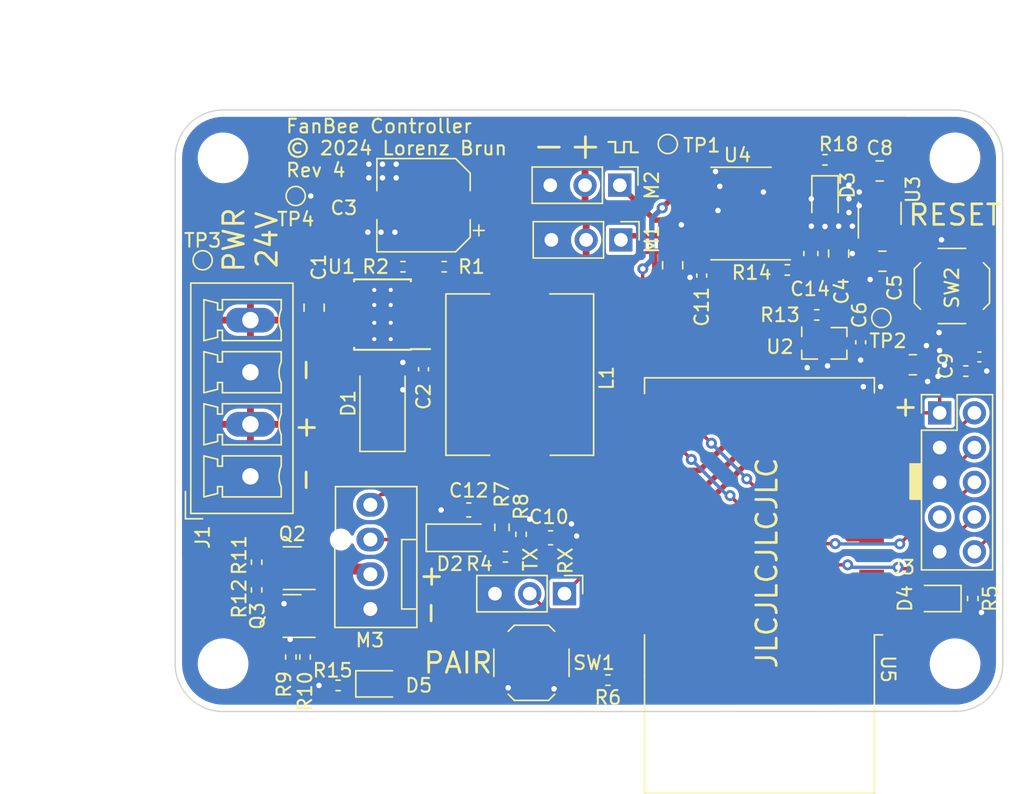
<source format=kicad_pcb>
(kicad_pcb (version 20240108) (generator "pcbnew") (generator_version "8.0")
  (layers (0 "F.Cu" signal) (31 "B.Cu" signal) (34 "B.Paste" user) (35 "F.Paste" user) (36 "B.SilkS" user "B.Silkscreen") (37 "F.SilkS" user "F.Silkscreen") (38 "B.Mask" user) (39 "F.Mask" user) (44 "Edge.Cuts" user))
  (net 0 "")
  (net 1 "+24V")
  (net 2 "GND")
  (net 3 "Net-(U1-BOOT)")
  (net 4 "Net-(D1-K)")
  (net 5 "+5V")
  (net 6 "/SRV1_POS_OUT")
  (net 7 "/RST")
  (net 8 "Net-(D3-K)")
  (net 9 "Net-(D4-K)")
  (net 10 "Net-(D4-A)")
  (net 12 "/SRV2_POS_OUT")
  (net 13 "/FAN_PWM_OUT")
  (net 14 "Net-(Q2-G)")
  (net 15 "/FAN_VCC")
  (net 16 "Net-(Q3-B)")
  (net 17 "Net-(Q3-C)")
  (net 18 "Net-(U1-VSENSE)")
  (net 19 "/FAN_TACHO")
  (net 20 "/FAN_EN")
  (net 21 "/OUT_EN")
  (net 25 "/JTAG_TMS")
  (net 26 "/JTAG_TCK")
  (net 27 "/FAN_PWM")
  (net 28 "/SRV1_POS")
  (net 30 "/SRV2_POS")
  (net 36 "/JTAG_TDO")
  (net 37 "/JTAG_TDI")
  (net 39 "/SCLK")
  (net 40 "/MOSI")
  (net 42 "/MISO")
  (net 43 "/CS1")
  (net 45 "+3.3V")
  (net 48 "/UART_RX")
  (net 49 "/UART_TX")
  (net 52 "/PAIR_SW")
  (net 54 "Net-(D2-A)")
  (net 55 "/FAN_TACHO_RAW")
  (net 56 "Net-(D5-K)")
  (footprint "Capacitor_SMD:C_0402_1005Metric" (layer "F.Cu") (at 174.781 95.572638)
    (property "Reference" "C13" (hide yes))
    (property "Value" "0.1u")
  )
  (footprint "Capacitor_SMD:C_0805_2012Metric" (layer "F.Cu") (at 152.355677 88.862476 90)
    (property "Reference" "C7" (hide yes))
    (property "Value" "10u")
  )
  (footprint "Resistor_SMD:R_0402_1005Metric" (layer "F.Cu") (at 163.490905 81.152614)
    (property "Reference" "R18")
    (property "Value" "4.7k")
  )
  (footprint "Resistor_SMD:R_0402_1005Metric" (layer "F.Cu") (at 140.13 110.197)
    (property "Reference" "R4")
    (property "Value" "2.2k")
  )
  (footprint "Resistor_SMD:R_0402_1005Metric" (layer "F.Cu") (at 160.737677 89.209114 180)
    (property "Reference" "R14")
    (property "Value" "10k")
  )
  (footprint "Resistor_SMD:R_0603_1608Metric" (layer "F.Cu") (at 139.876 108.038 -90)
    (property "Reference" "R7")
    (property "Value" "2.7k")
  )
  (footprint "Capacitor_SMD:C_0805_2012Metric" (layer "F.Cu") (at 167.490905 81.968952)
    (property "Reference" "C8")
    (property "Value" "1u")
  )
  (footprint "Resistor_SMD:R_0402_1005Metric" (layer "F.Cu") (at 173.785 96.608 180)
    (property "Reference" "R3" (hide yes))
    (property "Value" "10k")
  )
  (footprint "Resistor_SMD:R_0402_1005Metric" (layer "F.Cu") (at 135.655405 88.973114 180)
    (property "Reference" "R1")
    (property "Value" "10k")
  )
  (footprint "TestPoint:TestPoint_Pad_D1.0mm" (layer "F.Cu") (at 167.6128 92.7218)
    (property "Reference" "TP2")
    (property "Value" "TestPoint")
  )
  (footprint "LED_SMD:LED_0805_2012Metric" (layer "F.Cu") (at 163.490905 84.009114 -90)
    (property "Reference" "D3")
    (property "Value" "3V3OK")
  )
  (footprint "Resistor_SMD:R_0402_1005Metric" (layer "F.Cu") (at 147.623 119.214)
    (property "Reference" "R6")
    (property "Value" "10k")
  )
  (footprint "custom_footprints:Macronix_USON8_EP_2x3_Pitch0.5mm" (layer "F.Cu") (at 163.442 94.576)
    (property "Reference" "U2")
    (property "Value" "~")
  )
  (footprint "MountingHole:MountingHole_3.2mm_M3" (layer "F.Cu") (at 173 118.009114 90)
    (property "Reference" "H3" (hide yes))
    (property "Value" "MountingHole")
  )
  (footprint "Capacitor_SMD:C_0805_2012Metric" (layer "F.Cu") (at 169.914 96.1432 180)
    (property "Reference" "C9")
    (property "Value" "10u")
  )
  (footprint "Capacitor_SMD:C_0402_1005Metric" (layer "F.Cu") (at 134.145405 96.473114 -90)
    (property "Reference" "C2")
    (property "Value" "10n")
  )
  (footprint "Resistor_SMD:R_0402_1005Metric" (layer "F.Cu") (at 124.446177 117.522476 90)
    (property "Reference" "R9")
    (property "Value" "10k")
  )
  (footprint "LED_SMD:LED_0805_2012Metric" (layer "F.Cu") (at 130.88 119.485)
    (property "Reference" "D5")
    (property "Value" "FAN_EN")
  )
  (footprint "Package_TO_SOT_SMD:SOT-23" (layer "F.Cu") (at 124.536177 114.522476 180)
    (property "Reference" "Q3")
    (property "Value" "MMBT3904")
  )
  (footprint "Connector_PinHeader_2.54mm:PinHeader_1x03_P2.54mm_Vertical" (layer "F.Cu") (at 144.448 112.8894 -90)
    (property "Reference" "J7" (hide yes))
    (property "Value" "UART")
  )
  (footprint "custom_footprints:RF-BM-2652P2" (layer "F.Cu") (at 158.7 112.3 180)
    (property "Reference" "U5")
    (property "Value" "RF-BM-2652P2")
  )
  (footprint "Connector_PinHeader_2.54mm:PinHeader_1x03_P2.54mm_Vertical" (layer "F.Cu") (at 148.570905 87.009114 -90)
    (property "Reference" "M1")
    (property "Value" "Motor_Servo")
  )
  (footprint "MountingHole:MountingHole_3.2mm_M3" (layer "F.Cu") (at 119.490905 81.009114 90)
    (property "Reference" "H1" (hide yes))
    (property "Value" "MountingHole")
  )
  (footprint "Diode_SMD:D_SMA" (layer "F.Cu") (at 131.145405 98.973114 90)
    (property "Reference" "D1")
    (property "Value" "5A")
  )
  (footprint "Capacitor_SMD:C_0603_1608Metric" (layer "F.Cu") (at 143.432 108.8 180)
    (property "Reference" "C10")
    (property "Value" "33n")
  )
  (footprint "TestPoint:TestPoint_Pad_D1.0mm" (layer "F.Cu") (at 118 88.5)
    (property "Reference" "TP3")
    (property "Value" "TestPoint")
  )
  (footprint "Capacitor_SMD:C_0603_1608Metric" (layer "F.Cu") (at 162.458905 88.009114 -90)
    (property "Reference" "C14")
    (property "Value" "100n")
  )
  (footprint "MountingHole:MountingHole_3.2mm_M3" (layer "F.Cu") (at 119.490905 118.009114 90)
    (property "Reference" "H2" (hide yes))
    (property "Value" "MountingHole")
  )
  (footprint "Package_TO_SOT_SMD:SOT-23-3" (layer "F.Cu") (at 167.490905 85.068952 90)
    (property "Reference" "U3")
    (property "Value" "XC6206PxxxMR")
  )
  (footprint "Resistor_SMD:R_0402_1005Metric" (layer "F.Cu") (at 141.273 108.546 -90)
    (property "Reference" "R8")
    (property "Value" "8.2k")
  )
  (footprint "Resistor_SMD:R_0402_1005Metric" (layer "F.Cu") (at 132.645405 88.973114 180)
    (property "Reference" "R2")
    (property "Value" "3.24k")
  )
  (footprint "Resistor_SMD:R_0402_1005Metric" (layer "F.Cu") (at 174.293 113.245 90)
    (property "Reference" "R5")
    (property "Value" "4.7k")
  )
  (footprint "Resistor_SMD:R_0402_1005Metric" (layer "F.Cu") (at 127.9 119.6)
    (property "Reference" "R15")
    (property "Value" "4.7k")
  )
  (footprint "Connector_PinHeader_2.54mm:PinHeader_1x03_P2.54mm_Vertical" (layer "F.Cu") (at 148.490905 83.009114 -90)
    (property "Reference" "M2")
    (property "Value" "Motor_Servo")
  )
  (footprint "Connector:FanPinHeader_1x04_P2.54mm_Vertical" (layer "F.Cu") (at 130.257677 114.008476 90)
    (property "Reference" "M3")
    (property "Value" "FAN")
  )
  (footprint "Connector_PinHeader_2.54mm:PinHeader_2x05_P2.54mm_Vertical" (layer "F.Cu") (at 171.875 99.661)
    (property "Reference" "J3")
    (property "Value" "JTAG")
  )
  (footprint "Package_SO:TSSOP-20_4.4x6.5mm_P0.65mm" (layer "F.Cu") (at 157.353405 85.084114 180)
    (property "Reference" "U4")
    (property "Value" "74HCT244")
  )
  (footprint "Package_TO_SOT_SMD:SOT-23" (layer "F.Cu") (at 124.546177 111.022476 180)
    (property "Reference" "Q2")
    (property "Value" "AO3401A")
  )
  (footprint "Capacitor_SMD:C_0603_1608Metric" (layer "F.Cu") (at 137.45 106.768)
    (property "Reference" "C12")
    (property "Value" "100n")
  )
  (footprint "Capacitor_SMD:C_0805_2012Metric" (layer "F.Cu") (at 126.145405 91.973114 90)
    (property "Reference" "C1")
    (property "Value" "10u")
  )
  (footprint "Capacitor_SMD:C_0805_2012Metric" (layer "F.Cu") (at 164.490905 88.009114 -90)
    (property "Reference" "C4")
    (property "Value" "10u")
  )
  (footprint "LED_SMD:LED_0805_2012Metric" (layer "F.Cu") (at 171.753 113.245 180)
    (property "Reference" "D4")
    (property "Value" "ACT")
  )
  (footprint "Button_Switch_SMD:SW_SPST_TL3342" (layer "F.Cu") (at 172.769 90.385 -90)
    (property "Reference" "SW2")
    (property "Value" "RESET")
  )
  (footprint "Capacitor_SMD:C_0402_1005Metric" (layer "F.Cu") (at 154.481 89.623 90)
    (property "Reference" "C11")
    (property "Value" "0.1u")
  )
  (footprint "custom_footprints:L_Sunlord_MWSA1004_11.5x10.5mm" (layer "F.Cu") (at 141.179677 96.863476 90)
    (property "Reference" "L1")
    (property "Value" "15u @ 6.5A")
  )
  (footprint "TestPoint:TestPoint_Pad_D1.0mm" (layer "F.Cu") (at 152 80)
    (property "Reference" "TP1")
    (property "Value" "TestPoint")
  )
  (footprint "Connector_Phoenix_MC:PhoenixContact_MCV_1,5_4-G-3.81_1x04_P3.81mm_Vertical" (layer "F.Cu") (at 121.490905 104.31 90)
    (property "Reference" "J1")
    (property "Value" "PWR")
  )
  (footprint "TestPoint:TestPoint_Pad_D1.0mm" (layer "F.Cu") (at 124.8 83.8)
    (property "Reference" "TP4")
    (property "Value" "TestPoint")
  )
  (footprint "Resistor_SMD:R_0402_1005Metric" (layer "F.Cu") (at 125.483677 117.522476 90)
    (property "Reference" "R10")
    (property "Value" "1k")
  )
  (footprint "Diode_SMD:D_SOD-123" (layer "F.Cu") (at 136.701 108.8)
    (property "Reference" "D2")
    (property "Value" "B5819W")
  )
  (footprint "Package_SO:TI_SO-PowerPAD-8_ThermalVias" (layer "F.Cu") (at 131.145405 92.473114 180)
    (property "Reference" "U1")
    (property "Value" "TPS5430DDA")
  )
  (footprint "MountingHole:MountingHole_3.2mm_M3" (layer "F.Cu") (at 172.990905 81.009114 90)
    (property "Reference" "H4" (hide yes))
    (property "Value" "MountingHole")
  )
  (footprint "Button_Switch_SMD:SW_SPST_TL3342" (layer "F.Cu") (at 142.035 117.944 180)
    (property "Reference" "SW1")
    (property "Value" "PAIR")
  )
  (footprint "Capacitor_SMD:C_0402_1005Metric" (layer "F.Cu") (at 166.1 94.5 90)
    (property "Reference" "C6")
    (property "Value" "0.1u")
  )
  (footprint "Resistor_SMD:R_0402_1005Metric" (layer "F.Cu") (at 121.943677 112.617476 -90)
    (property "Reference" "R12")
    (property "Value" "15k")
  )
  (footprint "Capacitor_SMD:CP_Elec_6.3x5.9" (layer "F.Cu") (at 134.145405 84.473114 180)
    (property "Reference" "C3")
    (property "Value" "170u")
  )
  (footprint "Resistor_SMD:R_0402_1005Metric" (layer "F.Cu") (at 121.943677 110.587476 -90)
    (property "Reference" "R11")
    (property "Value" "10k")
  )
  (footprint "Resistor_SMD:R_0402_1005Metric" (layer "F.Cu") (at 162.89 92.5)
    (property "Reference" "R13")
    (property "Value" "10k")
  )
  (footprint "Capacitor_SMD:C_0805_2012Metric" (layer "F.Cu") (at 167.690905 88.568952 180)
    (property "Reference" "C5")
    (property "Value" "1u")
  )
  (gr_line (start 149.307677 80.607476) (end 149.815677 80.607476) (stroke (width 0.15)) (layer "F.SilkS"))
  (gr_line (start 148.799677 80.607476) (end 148.799677 79.845476) (stroke (width 0.15)) (layer "F.SilkS"))
  (gr_rect (start 169.729095 103.417886) (end 170.491095 105.957886) (stroke (width 0.15)) (fill solid) (layer "F.SilkS"))
  (gr_line (start 148.799677 79.845476) (end 149.307677 79.845476) (stroke (width 0.15)) (layer "F.SilkS"))
  (gr_line (start 149.307677 79.845476) (end 149.307677 80.607476) (stroke (width 0.15)) (layer "F.SilkS"))
  (gr_line (start 148.164677 79.845476) (end 148.164677 80.607476) (stroke (width 0.15)) (layer "F.SilkS"))
  (gr_line (start 148.164677 80.607476) (end 148.799677 80.607476) (stroke (width 0.15)) (layer "F.SilkS"))
  (gr_line (start 147.656677 79.845476) (end 148.164677 79.845476) (stroke (width 0.15)) (layer "F.SilkS"))
  (gr_line (start 115.990905 81.009114) (end 115.990905 118.009114) (stroke (width 0.1)) (layer "Edge.Cuts"))
  (gr_line (start 119.490905 121.509114) (end 145.490905 121.509114) (stroke (width 0.1)) (layer "Edge.Cuts"))
  (gr_arc (start 115.990905 81.009114) (mid 117.01602 78.534226) (end 119.490905 77.509114) (stroke (width 0.1)) (layer "Edge.Cuts"))
  (gr_arc (start 119.490905 121.509114) (mid 117.016 120.484) (end 115.990905 118.009114) (stroke (width 0.1)) (layer "Edge.Cuts"))
  (gr_line (start 173.310677 121.5) (end 145.490905 121.509114) (stroke (width 0.1)) (layer "Edge.Cuts"))
  (gr_line (start 172.990905 77.509114) (end 119.490905 77.509114) (stroke (width 0.1)) (layer "Edge.Cuts"))
  (gr_line (start 176.490905 118.009114) (end 176.490905 81.009114) (stroke (width 0.1)) (layer "Edge.Cuts"))
  (gr_arc (start 176.490905 118.009114) (mid 175.576353 120.36821) (end 173.310677 121.494476) (stroke (width 0.1)) (layer "Edge.Cuts"))
  (gr_arc (start 172.990905 77.509114) (mid 175.465747 78.534252) (end 176.490905 81.009114) (stroke (width 0.1)) (layer "Edge.Cuts"))
  (gr_text "PAIR" (at 134.034 118.833 0) (layer "F.SilkS") (effects (font (size 1.5 1.5) (thickness 0.2)) (justify left bottom)))
  (gr_text "-" (at 133.9324 113.245 270) (layer "F.SilkS") (effects (font (size 1.5 1.5) (thickness 0.2)) (justify left bottom)))
  (gr_text "+" (at 124.542677 101.5 0) (layer "F.SilkS") (effects (font (size 1.5 1.5) (thickness 0.2)) (justify left bottom)))
  (gr_text "+" (at 133.6784 112.4068 0) (layer "F.SilkS") (effects (font (size 1.5 1.5) (thickness 0.2)) (justify left bottom)))
  (gr_text "RX" (at 145.113 111.5594 90) (layer "F.SilkS") (effects (font (size 1 1)) (justify left bottom)))
  (gr_text "RESET" (at 169.467 86.067 0) (layer "F.SilkS") (effects (font (size 1.5 1.5) (thickness 0.2)) (justify left bottom)))
  (gr_text "TX" (at 142.543 111.34 90) (layer "F.SilkS") (effects (font (size 1 1)) (justify left bottom)))
  (gr_text "+" (at 144.608677 81.242476 0) (layer "F.SilkS") (effects (font (size 2 2) (thickness 0.2)) (justify left bottom)))
  (gr_text "-" (at 124.796677 95.466476 270) (layer "F.SilkS") (effects (font (size 1.5 1.5) (thickness 0.2)) (justify left bottom)))
  (gr_text "-" (at 124.796677 103.5 270) (layer "F.SilkS") (effects (font (size 1.5 1.5) (thickness 0.2)) (justify left bottom)))
  (gr_text "-" (at 141.941677 81.242476 0) (layer "F.SilkS") (effects (font (size 2 2) (thickness 0.2)) (justify left bottom)))
  (gr_text "JLCJLCJLCJLC" (at 159.242512 110.642488 90) (layer "F.SilkS") (effects (font (size 1.5 1.5) (thickness 0.2))))
  (gr_text "FanBee Controller\n© 2024 Lorenz Brun\nRev 4" (at 124.001 82.5 0) (layer "F.SilkS") (effects (font (size 1 1)) (justify left bottom)))
  (gr_text "PWR\n24V" (at 121.490905 87.009114 90) (layer "F.SilkS") (effects (font (size 1.5 1.5) (thickness 0.2))))
  (gr_text "+" (at 168.324 100.037 0) (layer "F.SilkS") (effects (font (size 1.5 1.5) (thickness 0.2)) (justify left bottom)))
  (segment (start 121.948677 110.072476) (end 121.943677 110.077476) (width 0.4) (layer "F.Cu") (net 1))
  (segment (start 175.261 96.549402) (end 175.314299 96.602701) (width 0.25) (layer "F.Cu") (net 2))
  (segment (start 138.885 119.844) (end 140.262 119.844) (width 0.25) (layer "F.Cu") (net 2))
  (segment (start 154.481 90.103) (end 153.977201 90.103) (width 0.25) (layer "F.Cu") (net 2))
  (segment (start 170.869 87.235) (end 171.7788 87.235) (width 0.25) (layer "F.Cu") (net 2))
  (segment (start 174.422 113.755) (end 174.928 114.261) (width 0.25) (layer "F.Cu") (net 2))
  (segment (start 163.442 95.9905) (end 163.6785 96.227) (width 0.25) (layer "F.Cu") (net 2))
  (segment (start 170.869 93.535) (end 171.5756 93.535) (width 0.25) (layer "F.Cu") (net 2))
  (segment (start 123.996177 113.572476) (end 123.946177 113.622476) (width 0.25) (layer "F.Cu") (net 2))
  (segment (start 145.21 108.8) (end 145.337 108.673) (width 0.4) (layer "F.Cu") (net 2))
  (segment (start 155.438735 83.459114) (end 155.802718 83.095131) (width 0.25) (layer "F.Cu") (net 2))
  (segment (start 171.5756 93.535) (end 171.8292 93.7886) (width 0.25) (layer "F.Cu") (net 2))
  (segment (start 175.261 95.572638) (end 175.261 96.549402) (width 0.25) (layer "F.Cu") (net 2))
  (segment (start 143.691 119.844) (end 143.686 119.849) (width 0.25) (layer "F.Cu") (net 2))
  (segment (start 124.446177 117.012476) (end 124.446177 116.281018) (width 0.25) (layer "F.Cu") (net 2))
  (segment (start 152.355677 89.812476) (end 153.564677 89.812476) (width 0.25) (layer "F.Cu") (net 2))
  (segment (start 141.3125 108.036) (end 141.908 107.4405) (width 0.25) (layer "F.Cu") (net 2))
  (segment (start 166.1 94.98) (end 166.1 95.8) (width 0.4) (layer "F.Cu") (net 2))
  (segment (start 153.564677 89.812476) (end 153.625677 89.751476) (width 0.25) (layer "F.Cu") (net 2))
  (segment (start 170.9072 96.1432) (end 171.753 96.989) (width 0.25) (layer "F.Cu") (net 2))
  (segment (start 170.864 97.243) (end 170.991 97.37) (width 0.25) (layer "F.Cu") (net 2))
  (segment (start 164.000905 81.769114) (end 165.240905 83.009114) (width 0.25) (layer "F.Cu") (net 2))
  (segment (start 160.215905 82.159114) (end 159.421298 82.159114) (width 0.4) (layer "F.Cu") (net 2))
  (segment (start 128.445405 91.838114) (end 130.480405 91.838114) (width 0.25) (layer "F.Cu") (net 2))
  (segment (start 154.490905 82.159114) (end 155.340905 82.159114) (width 0.25) (layer "F.Cu") (net 2))
  (segment (start 159.421298 82.159114) (end 158.990905 82.589507) (width 0.4) (layer "F.Cu") (net 2))
  (segment (start 162.192 95.326) (end 162.192 96.358) (width 0.25) (layer "F.Cu") (net 2))
  (segment (start 144.207 108.8) (end 145.21 108.8) (width 0.4) (layer "F.Cu") (net 2))
  (segment (start 166.540905 86.006452) (end 166.540905 85.618952) (width 0.25) (layer "F.Cu") (net 2))
  (segment (start 163.442 94.576) (end 163.442 95.9905) (width 0.25) (layer "F.Cu") (net 2))
  (segment (start 153.977201 90.103) (end 153.625677 89.751476) (width 0.25) (layer "F.Cu") (net 2))
  (segment (start 164.000905 81.152614) (end 164.000905 81.769114) (width 0.25) (layer "F.Cu") (net 2))
  (segment (start 152.990905 85.909614) (end 153.140405 86.059114) (width 0.25) (layer "F.Cu") (net 2))
  (segment (start 124.8 83.8) (end 125.9 83.8) (width 0.25) (layer "F.Cu") (net 2))
  (segment (start 171.7788 87.235) (end 172.007 87.0068) (width 0.25) (layer "F.Cu") (net 2))
  (segment (start 126.960405 91.838114) (end 128.445405 91.838114) (width 0.25) (layer "F.Cu") (net 2))
  (segment (start 154.490905 84.759114) (end 155.563275 84.759114) (width 0.25) (layer "F.Cu") (net 2))
  (segment (start 155.340905 82.159114) (end 155.490905 82.009114) (width 0.25) (layer "F.Cu") (net 2))
  (segment (start 145.185 119.844) (end 143.691 119.844) (width 0.25) (layer "F.Cu") (net 2))
  (segment (start 166.540905 81.968952) (end 166.531067 81.968952) (width 1) (layer "F.Cu") (net 2))
  (segment (start 153.140405 86.059114) (end 154.490905 86.059114) (width 0.25) (layer "F.Cu") (net 2))
  (segment (start 164.490905 87.033614) (end 163.490905 86.033614) (width 0.25) (layer "F.Cu") (net 2))
  (segment (start 124.446177 116.281018) (end 124.396241 116.231082) (width 0.25) (layer "F.Cu") (net 2))
  (segment (start 170.544 96.735) (end 170.544 96.6994) (width 0.25) (layer "F.Cu") (net 2))
  (segment (start 155.563275 84.759114) (end 155.667296 84.863135) (width 0.25) (layer "F.Cu") (net 2))
  (segment (start 166.740905 89.859114) (end 166.790905 89.909114) (width 0.25) (layer "F.Cu") (net 2))
  (segment (start 164.490905 87.059114) (end 164.490905 87.033614) (width 0.25) (layer "F.Cu") (net 2))
  (segment (start 130.480405 91.838114) (end 130.545405 91.773114) (width 0.25) (layer "F.Cu") (net 2))
  (segment (start 170.864 96.1432) (end 170.864 94.7868) (width 0.25) (layer "F.Cu") (net 2))
  (segment (start 174.293 113.755) (end 174.422 113.755) (width 0.25) (layer "F.Cu") (net 2))
  (segment (start 170.864 96.1432) (end 170.864 97.243) (width 0.25) (layer "F.Cu") (net 2))
  (segment (start 162.458905 86.041114) (end 162.490905 86.009114) (width 0.25) (layer "F.Cu") (net 2))
  (segment (start 144.207 108.533) (end 144.956 107.784) (width 0.4) (layer "F.Cu") (net 2))
  (segment (start 141.273 108.036) (end 141.3125 108.036) (width 0.25) (layer "F.Cu") (net 2))
  (segment (start 127.39 119.6) (end 126.5 119.6) (width 0.25) (layer "F.Cu") (net 2))
  (segment (start 160.215905 83.459114) (end 159.040905 83.459114) (width 0.4) (layer "F.Cu") (net 2))
  (segment (start 162.458905 87.234114) (end 162.458905 86.041114) (width 0.25) (layer "F.Cu") (net 2))
  (segment (start 170.864 96.1432) (end 172.2 96.1432) (width 0.25) (layer "F.Cu") (net 2))
  (segment (start 158.990905 82.589507) (end 158.990905 83.509114) (width 0.4) (layer "F.Cu") (net 2))
  (segment (start 170.864 96.1432) (end 170.9072 96.1432) (width 0.25) (layer "F.Cu") (net 2))
  (segment (start 154.490905 83.459114) (end 155.438735 83.459114) (width 0.25) (layer "F.Cu") (net 2))
  (segment (start 125.473677 113.572476) (end 123.996177 113.572476) (width 0.25) (layer "F.Cu") (net 2))
  (segment (start 159.040905 83.459114) (end 158.990905 83.509114) (width 0.4) (layer "F.Cu") (net 2))
  (segment (start 126.145405 91.023114) (end 126.960405 91.838114) (width 0.25) (layer "F.Cu") (net 2))
  (segment (start 140.262 119.844) (end 140.3332 119.7728) (width 0.25) (layer "F.Cu") (net 2))
  (segment (start 166.740905 88.568952) (end 166.740905 89.859114) (width 0.25) (layer "F.Cu") (net 2))
  (segment (start 144.207 108.8) (end 144.207 108.533) (width 0.4) (layer "F.Cu") (net 2))
  (segment (start 136.675 106.768) (end 135.431 106.768) (width 0.25) (layer "F.Cu") (net 2))
  (segment (start 170.864 96.1076) (end 171.8698 95.1018) (width 0.25) (layer "F.Cu") (net 2))
  (via (at 165.990905 83.509114) (size 0.8) (drill 0.4) (layers "F.Cu" "B.Cu") (net 2))
  (via (at 126.5 119.6) (size 0.8) (drill 0.4) (layers "F.Cu" "B.Cu") (net 2))
  (via (at 158.990905 83.509114) (size 0.8) (drill 0.4) (layers "F.Cu" "B.Cu") (net 2))
  (via (at 162.490905 86.009114) (size 0.8) (drill 0.4) (layers "F.Cu" "B.Cu") (net 2))
  (via (at 155.802718 83.095131) (size 0.8) (drill 0.4) (layers "F.Cu" "B.Cu") (net 2))
  (via (at 172.007 87.0068) (size 0.8) (drill 0.4) (layers "F.Cu" "B.Cu") (net 2))
  (via (at 167.562 97.751) (size 0.8) (drill 0.4) (layers "F.Cu" "B.Cu") (net 2))
  (via (at 124.396241 116.231082) (size 0.8) (drill 0.4) (layers "F.Cu" "B.Cu") (net 2))
  (via (at 130.0716 86.448) (size 0.8) (drill 0.4) (layers "F.Cu" "B.Cu") (net 2))
  (via (at 175.314299 96.602701) (size 0.8) (drill 0.4) (layers "F.Cu" "B.Cu") (net 2))
  (via (at 132.145405 82.473114) (size 0.8) (drill 0.4) (layers "F.Cu" "B.Cu") (net 2))
  (via (at 141.908 107.4405) (size 0.8) (drill 0.4) (layers "F.Cu" "B.Cu") (net 2))
  (via (at 140.3332 119.7728) (size 0.8) (drill 0.4) (layers "F.Cu" "B.Cu") (net 2))
  (via (at 125.9 83.8) (size 0.8) (drill 0.4) (layers "F.Cu" "B.Cu") (net 2))
  (via (at 165.990905 84.509114) (size 0.8) (drill 0.4) (layers "F.Cu" "B.Cu") (net 2))
  (via (at 132.145405 81.473114) (size 0.8) (drill 0.4) (layers "F.Cu" "B.Cu") (net 2))
  (via (at 163.6785 96.227) (size 0.8) (drill 0.4) (layers "F.Cu" "B.Cu") (net 2))
  (via (at 165.240905 84.009114) (size 0.8) (drill 0.4) (layers "F.Cu" "B.Cu") (net 2))
  (via (at 152.990905 85.909614) (size 0.8) (drill 0.4) (layers "F.Cu" "B.Cu") (net 2))
  (via (at 171.753 96.989) (size 0.8) (drill 0.4) (layers "F.Cu" "B.Cu") (net 2))
  (via (at 155.490905 82.009114) (size 0.8) (drill 0.4) (layers "F.Cu" "B.Cu") (net 2))
  (via (at 172.2254 96.1686) (size 0.8) (drill 0.4) (layers "F.Cu" "B.Cu") (net 2))
  (via (at 164.490905 86.009114) (size 0.8) (drill 0.4) (layers "F.Cu" "B.Cu") (net 2))
  (via (at 135.431 106.768) (size 0.8) (drill 0.4) (layers "F.Cu" "B.Cu") (net 2))
  (via (at 165.240905 83.009114) (size 0.8) (drill 0.4) (layers "F.Cu" "B.Cu") (net 2))
  (via (at 166.1 95.8) (size 0.8) (drill 0.4) (layers "F.Cu" "B.Cu") (net 2))
  (via (at 132.0528 86.448) (size 0.8) (drill 0.4) (layers "F.Cu" "B.Cu") (net 2))
  (via (at 170.991 97.37) (size 0.8) (drill 0.4) (layers "F.Cu" "B.Cu") (net 2))
  (via (at 174.928 114.261) (size 0.8) (drill 0.4) (layers "F.Cu" "B.Cu") (net 2))
  (via (at 165.490905 86.009114) (size 0.8) (drill 0.4) (layers "F.Cu" "B.Cu") (net 2))
  (via (at 166.790905 89.909114) (size 0.8) (drill 0.4) (layers "F.Cu" "B.Cu") (net 2))
  (via (at 145.337 108.673) (size 0.8) (drill 0.4) (layers "F.Cu" "B.Cu") (net 2))
  (via (at 165.240905 85.009114) (size 0.8) (drill 0.4) (layers "F.Cu" "B.Cu") (net 2))
  (via (at 171.8698 95.1018) (size 0.8) (drill 0.4) (layers "F.Cu" "B.Cu") (net 2))
  (via (at 130.145405 81.473114) (size 0.8) (drill 0.4) (layers "F.Cu" "B.Cu") (net 2))
  (via (at 163.490905 86.033614) (size 0.8) (drill 0.4) (layers "F.Cu" "B.Cu") (net 2))
  (via (at 131.0368 86.448) (size 0.8) (drill 0.4) (layers "F.Cu" "B.Cu") (net 2))
  (via (at 123.946177 113.622476) (size 0.8) (drill 0.4) (layers "F.Cu" "B.Cu") (net 2))
  (via (at 144.956 107.784) (size 0.8) (drill 0.4) (layers "F.Cu" "B.Cu") (net 2))
  (via (at 153.625677 89.751476) (size 0.8) (drill 0.4) (layers "F.Cu" "B.Cu") (net 2))
  (via (at 130.145405 82.473114) (size 0.8) (drill 0.4) (layers "F.Cu" "B.Cu") (net 2))
  (via (at 170.9046 94.7462) (size 0.8) (drill 0.4) (layers "F.Cu" "B.Cu") (net 2))
  (via (at 162.490905 84.009114) (size 0.8) (drill 0.4) (layers "F.Cu" "B.Cu") (net 2))
  (via (at 171.8292 93.7886) (size 0.8) (drill 0.4) (layers "F.Cu" "B.Cu") (net 2))
  (via (at 165.490905 88.009114) (size 0.8) (drill 0.4) (layers "F.Cu" "B.Cu") (net 2))
  (via (at 131.145405 82.473114) (size 0.8) (drill 0.4) (layers "F.Cu" "B.Cu") (net 2))
  (via (at 132.635405 95.973114) (size 0.8) (drill 0.4) (layers "F.Cu" "B.Cu") (net 2))
  (via (at 143.686 119.849) (size 0.8) (drill 0.4) (layers "F.Cu" "B.Cu") (net 2))
  (via (at 132.635405 97.973114) (size 0.8) (drill 0.4) (layers "F.Cu" "B.Cu") (net 2))
  (via (at 131.145405 81.473114) (size 0.8) (drill 0.4) (layers "F.Cu" "B.Cu") (net 2))
  (via (at 155.667296 84.863135) (size 0.8) (drill 0.4) (layers "F.Cu" "B.Cu") (net 2))
  (via (at 166.292 97.751) (size 0.8) (drill 0.4) (layers "F.Cu" "B.Cu") (net 2))
  (via (at 162.192 96.358) (size 0.8) (drill 0.4) (layers "F.Cu" "B.Cu") (net 2))
  (segment (start 134.145405 94.678114) (end 133.845405 94.378114) (width 0.25) (layer "F.Cu") (net 3))
  (segment (start 134.145405 95.993114) (end 134.145405 94.678114) (width 0.25) (layer "F.Cu") (net 3))
  (segment (start 134.145405 96.953114) (end 134.145405 99.473114) (width 0.25) (layer "F.Cu") (net 4))
  (segment (start 140.448 106.641) (end 139.876 107.213) (width 0.4) (layer "F.Cu") (net 5))
  (segment (start 154.490905 88.009114) (end 152.452315 88.009114) (width 0.4) (layer "F.Cu") (net 5))
  (segment (start 152.289677 87.846476) (end 150.925 87.846476) (width 0.4) (layer "F.Cu") (net 5))
  (segment (start 148.766 105.117) (end 147.242 106.641) (width 0.4) (layer "F.Cu") (net 5))
  (segment (start 167.740425 82.837256) (end 167.740425 82.669432) (width 1) (layer "F.Cu") (net 5))
  (segment (start 152.452315 88.009114) (end 152.355677 87.912476) (width 0.4) (layer "F.Cu") (net 5))
  (segment (start 139.876 107.213) (end 139.432 107.213) (width 0.4) (layer "F.Cu") (net 5))
  (segment (start 154.490905 88.009114) (end 154.490905 89.096905) (width 0.4) (layer "F.Cu") (net 5))
  (segment (start 139.432 107.213) (end 138.987 106.768) (width 0.4) (layer "F.Cu") (net 5))
  (segment (start 154.490905 89.096905) (end 154.509 89.115) (width 0.4) (layer "F.Cu") (net 5))
  (segment (start 150.925 87.846476) (end 151.052 87.973476) (width 0.4) (layer "F.Cu") (net 5))
  (segment (start 147.242 106.641) (end 140.448 106.641) (width 0.4) (layer "F.Cu") (net 5))
  (segment (start 151.052 94.703) (end 148.766 96.989) (width 0.4) (layer "F.Cu") (net 5))
  (segment (start 151.052 87.973476) (end 151.052 94.703) (width 0.4) (layer "F.Cu") (net 5))
  (segment (start 148.766 96.989) (end 148.766 105.117) (width 0.4) (layer "F.Cu") (net 5))
  (segment (start 150.925 87.846476) (end 150.323677 87.846476) (width 0.4) (layer "F.Cu") (net 5))
  (segment (start 152.355677 87.912476) (end 152.289677 87.846476) (width 0.4) (layer "F.Cu") (net 5))
  (segment (start 138.987 106.768) (end 138.225 106.768) (width 0.4) (layer "F.Cu") (net 5))
  (segment (start 150.323677 87.846476) (end 149.434677 88.735476) (width 0.4) (layer "F.Cu") (net 5))
  (segment (start 167.740425 82.669432) (end 168.440905 81.968952) (width 1) (layer "F.Cu") (net 5))
  (segment (start 149.434677 88.735476) (end 147.275677 88.735476) (width 0.4) (layer "F.Cu") (net 5))
  (segment (start 167.740425 82.837256) (end 167.490905 83.086776) (width 1) (layer "F.Cu") (net 5))
  (segment (start 167.490905 83.086776) (end 167.490905 84.131452) (width 1) (layer "F.Cu") (net 5))
  (segment (start 148.870905 86.709114) (end 154.490905 86.709114) (width 0.4) (layer "F.Cu") (net 6))
  (segment (start 148.570905 87.009114) (end 148.870905 86.709114) (width 0.4) (layer "F.Cu") (net 6))
  (segment (start 169.236 103.87) (end 171.3466 105.9806) (width 0.25) (layer "F.Cu") (net 7))
  (segment (start 173.1246 105.3964) (end 173.1246 104.228) (width 0.25) (layer "F.Cu") (net 7))
  (segment (start 175.6646 108.5714) (end 175.6646 103.4914) (width 0.25) (layer "F.Cu") (net 7))
  (segment (start 173.1246 104.228) (end 173.8612 103.4914) (width 0.25) (layer "F.Cu") (net 7))
  (segment (start 173.8612 103.4914) (end 175.6646 103.4914) (width 0.25) (layer "F.Cu") (net 7))
  (segment (start 172.5404 105.9806) (end 173.1246 105.3964) (width 0.25) (layer "F.Cu") (net 7))
  (segment (start 174.301 95.572638) (end 174.301 96.598) (width 0.4) (layer "F.Cu") (net 7))
  (segment (start 174.301 93.903) (end 174.669 93.535) (width 0.4) (layer "F.Cu") (net 7))
  (segment (start 171.3466 105.9806) (end 172.5404 105.9806) (width 0.25) (layer "F.Cu") (net 7))
  (segment (start 174.301 96.598) (end 174.291 96.608) (width 0.4) (layer "F.Cu") (net 7))
  (segment (start 175.6646 97.9776) (end 174.295 96.608) (width 0.25) (layer "F.Cu") (net 7))
  (segment (start 174.415 109.821) (end 175.6646 108.5714) (width 0.25) (layer "F.Cu") (net 7))
  (segment (start 174.669 87.235) (end 174.669 93.535) (width 0.25) (layer "F.Cu") (net 7))
  (segment (start 175.6646 103.4914) (end 175.6646 97.9776) (width 0.25) (layer "F.Cu") (net 7))
  (segment (start 166.9 103.87) (end 169.236 103.87) (width 0.25) (layer "F.Cu") (net 7))
  (segment (start 174.301 95.572638) (end 174.301 93.903) (width 0.4) (layer "F.Cu") (net 7))
  (segment (start 162.980905 82.561614) (end 162.980905 81.152614) (width 0.25) (layer "F.Cu") (net 8))
  (segment (start 163.490905 83.071614) (end 162.980905 82.561614) (width 0.25) (layer "F.Cu") (net 8))
  (segment (start 172.6905 113.245) (end 173.783 113.245) (width 0.25) (layer "F.Cu") (net 9))
  (segment (start 173.783 113.245) (end 174.293 112.735) (width 0.25) (layer "F.Cu") (net 9))
  (segment (start 172.9465 112.989) (end 172.6905 113.245) (width 0.25) (layer "F.Cu") (net 9))
  (segment (start 169.721 113.245) (end 170.8155 113.245) (width 0.25) (layer "F.Cu") (net 10))
  (segment (start 169.236 112.76) (end 169.721 113.245) (width 0.25) (layer "F.Cu") (net 10))
  (segment (start 166.9 112.76) (end 169.236 112.76) (width 0.25) (layer "F.Cu") (net 10))
  (segment (start 153.396798 85.109614) (end 153.696298 85.409114) (width 0.4) (layer "F.Cu") (net 12))
  (segment (start 153.696298 85.409114) (end 154.490905 85.409114) (width 0.4) (layer "F.Cu") (net 12))
  (segment (start 151.042267 85.560476) (end 152.208672 85.560476) (width 0.4) (layer "F.Cu") (net 12))
  (segment (start 152.208672 85.560476) (end 152.659534 85.109614) (width 0.4) (layer "F.Cu") (net 12))
  (segment (start 148.490905 83.009114) (end 151.042267 85.560476) (width 0.4) (layer "F.Cu") (net 12))
  (segment (start 152.659534 85.109614) (end 153.396798 85.109614) (width 0.4) (layer "F.Cu") (net 12))
  (segment (start 146.3784 105.625) (end 131.021153 105.625) (width 0.25) (layer "F.Cu") (net 13))
  (segment (start 154.490905 84.109114) (end 152.156039 84.109114) (width 0.4) (layer "F.Cu") (net 13))
  (segment (start 150.163 93.433) (end 147.75 95.846) (width 0.25) (layer "F.Cu") (net 13))
  (segment (start 147.75 95.846) (end 147.75 104.2534) (width 0.25) (layer "F.Cu") (net 13))
  (segment (start 150.163 89.137818) (end 150.163 93.433) (width 0.25) (layer "F.Cu") (net 13))
  (segment (start 147.75 104.2534) (end 146.3784 105.625) (width 0.25) (layer "F.Cu") (net 13))
  (segment (start 131.021153 105.625) (end 130.257677 106.388476) (width 0.25) (layer "F.Cu") (net 13))
  (segment (start 152.156039 84.109114) (end 151.593677 84.671476) (width 0.4) (layer "F.Cu") (net 13))
  (segment (start 150.174409 89.126409) (end 150.163 89.137818) (width 0.25) (layer "F.Cu") (net 13))
  (via (at 151.593677 84.671476) (size 0.8) (drill 0.4) (layers "F.Cu" "B.Cu") (net 13))
  (via (at 150.174409 89.126409) (size 0.8) (drill 0.4) (layers "F.Cu" "B.Cu") (net 13))
  (segment (start 150.174409 89.126409) (end 150.831677 88.469141) (width 0.4) (layer "B.Cu") (net 13))
  (segment (start 150.831677 88.469141) (end 150.831677 85.433476) (width 0.4) (layer "B.Cu") (net 13))
  (segment (start 150.831677 85.433476) (end 151.593677 84.671476) (width 0.4) (layer "B.Cu") (net 13))
  (segment (start 125.483677 111.972476) (end 122.078677 111.972476) (width 0.25) (layer "F.Cu") (net 14))
  (segment (start 121.943677 112.107476) (end 121.943677 111.437476) (width 0.25) (layer "F.Cu") (net 14))
  (segment (start 122.078677 111.972476) (end 121.943677 112.107476) (width 0.25) (layer "F.Cu") (net 14))
  (segment (start 121.943677 111.437476) (end 121.943677 111.097476) (width 0.25) (layer "F.Cu") (net 14))
  (segment (start 130.257677 111.468476) (end 129.876677 111.087476) (width 0.8) (layer "F.Cu") (net 15))
  (segment (start 123.608677 111.022476) (end 126.509677 111.022476) (width 0.25) (layer "F.Cu") (net 15))
  (segment (start 129.876677 111.087476) (end 126.574677 111.087476) (width 0.8) (layer "F.Cu") (net 15))
  (segment (start 126.509677 111.022476) (end 126.574677 111.087476) (width 0.25) (layer "F.Cu") (net 15))
  (segment (start 125.483677 117.012476) (end 125.483677 115.482476) (width 0.25) (layer "F.Cu") (net 16))
  (segment (start 125.483677 115.482476) (end 125.473677 115.472476) (width 0.25) (layer "F.Cu") (net 16))
  (segment (start 123.338677 114.522476) (end 121.943677 113.127476) (width 0.25) (layer "F.Cu") (net 17))
  (segment (start 123.598677 114.522476) (end 123.338677 114.522476) (width 0.25) (layer "F.Cu") (net 17))
  (segment (start 133.845405 89.773114) (end 133.845405 90.568114) (width 0.25) (layer "F.Cu") (net 18))
  (segment (start 134.145405 89.473114) (end 133.845405 89.773114) (width 0.25) (layer "F.Cu") (net 18))
  (segment (start 134.145405 88.973114) (end 134.145405 89.473114) (width 0.25) (layer "F.Cu") (net 18))
  (segment (start 134.145405 88.973114) (end 133.155405 88.973114) (width 0.25) (layer "F.Cu") (net 18))
  (segment (start 135.145405 88.973114) (end 134.145405 88.973114) (width 0.25) (layer "F.Cu") (net 18))
  (segment (start 142.657 108.9902) (end 142.657 108.8) (width 0.25) (layer "F.Cu") (net 19))
  (segment (start 146.9396 108.95) (end 145.972 109.9176) (width 0.25) (layer "F.Cu") (net 19))
  (segment (start 140.64 110.197) (end 140.64 109.689) (width 0.25) (layer "F.Cu") (net 19))
  (segment (start 143.5844 109.9176) (end 142.657 108.9902) (width 0.25) (layer "F.Cu") (net 19))
  (segment (start 140.64 109.689) (end 141.273 109.056) (width 0.25) (layer "F.Cu") (net 19))
  (segment (start 145.972 109.9176) (end 143.5844 109.9176) (width 0.25) (layer "F.Cu") (net 19))
  (segment (start 150.5 108.95) (end 146.9396 108.95) (width 0.25) (layer "F.Cu") (net 19))
  (segment (start 142.401 109.056) (end 142.657 108.8) (width 0.25) (layer "F.Cu") (net 19))
  (segment (start 141.273 109.056) (end 142.401 109.056) (width 0.25) (layer "F.Cu") (net 19))
  (segment (start 132.8 117.818476) (end 125.697677 117.818476) (width 0.25) (layer "F.Cu") (net 20))
  (segment (start 132.8 118.5025) (end 132.8 117.818476) (width 0.25) (layer "F.Cu") (net 20))
  (segment (start 125.697677 117.818476) (end 125.483677 118.032476) (width 0.25) (layer "F.Cu") (net 20))
  (segment (start 131.8175 119.485) (end 132.8 118.5025) (width 0.25) (layer "F.Cu") (net 20))
  (segment (start 147.981524 117.818476) (end 132.8 117.818476) (width 0.25) (layer "F.Cu") (net 20))
  (segment (start 150.5 115.3) (end 147.981524 117.818476) (width 0.25) (layer "F.Cu") (net 20))
  (segment (start 125.483677 118.032476) (end 124.446177 118.032476) (width 0.25) (layer "F.Cu") (net 20))
  (segment (start 160.227677 89.60249) (end 160.227677 89.209114) (width 0.4) (layer "F.Cu") (net 21))
  (segment (start 160.215905 89.197342) (end 160.227677 89.209114) (width 0.4) (layer "F.Cu") (net 21))
  (segment (start 160 89.830167) (end 160.227677 89.60249) (width 0.4) (layer "F.Cu") (net 21))
  (segment (start 160.215905 88.009114) (end 160.215905 89.197342) (width 0.4) (layer "F.Cu") (net 21))
  (segment (start 150.5 105.14) (end 154.66 105.14) (width 0.4) (layer "F.Cu") (net 21))
  (segment (start 160 99.8) (end 160 89.830167) (width 0.4) (layer "F.Cu") (net 21))
  (segment (start 154.66 105.14) (end 160 99.8) (width 0.4) (layer "F.Cu") (net 21))
  (segment (start 173.096 100.98) (end 174.415 99.661) (width 0.25) (layer "F.Cu") (net 25))
  (segment (start 174.990905 99.758886) (end 175.040677 99.709114) (width 0.25) (layer "F.Cu") (net 25))
  (segment (start 168.524 100.98) (end 173.096 100.98) (width 0.25) (layer "F.Cu") (net 25))
  (segment (start 168.174 101.33) (end 168.524 100.98) (width 0.25) (layer "F.Cu") (net 25))
  (segment (start 166.9 101.33) (end 168.174 101.33) (width 0.25) (layer "F.Cu") (net 25))
  (segment (start 173.15 103.466) (end 170.991 103.466) (width 0.25) (layer "F.Cu") (net 26))
  (segment (start 170.125 102.6) (end 166.9 102.6) (width 0.25) (layer "F.Cu") (net 26))
  (segment (start 174.415 102.201) (end 173.15 103.466) (width 0.25) (layer "F.Cu") (net 26))
  (segment (start 170.991 103.466) (end 170.125 102.6) (width 0.25) (layer "F.Cu") (net 26))
  (segment (start 156.64 87.540412) (end 156.64 95.211) (width 0.4) (layer "F.Cu") (net 27))
  (segment (start 156.64 95.211) (end 153.020988 98.830012) (width 0.4) (layer "F.Cu") (net 27))
  (segment (start 153.020988 98.830012) (end 150.548835 98.830012) (width 0.4) (layer "F.Cu") (net 27))
  (segment (start 160.215905 84.759114) (end 159.421298 84.759114) (width 0.4) (layer "F.Cu") (net 27))
  (segment (start 159.421298 84.759114) (end 156.64 87.540412) (width 0.4) (layer "F.Cu") (net 27))
  (segment (start 159.421297 87.359114) (end 160.215905 87.359114) (width 0.4) (layer "F.Cu") (net 28))
  (segment (start 154.331 103.87) (end 159.078405 99.122595) (width 0.4) (layer "F.Cu") (net 28))
  (segment (start 159.078405 87.702006) (end 159.421297 87.359114) (width 0.4) (layer "F.Cu") (net 28))
  (segment (start 150.5 103.87) (end 154.331 103.87) (width 0.4) (layer "F.Cu") (net 28))
  (segment (start 159.078405 99.122595) (end 159.078405 87.702006) (width 0.4) (layer "F.Cu") (net 28))
  (segment (start 153.874835 100.100012) (end 158.070677 95.90417) (width 0.4) (layer "F.Cu") (net 30))
  (segment (start 159.421298 86.059114) (end 160.215905 86.059114) (width 0.4) (layer "F.Cu") (net 30))
  (segment (start 150.548835 100.100012) (end 153.874835 100.100012) (width 0.4) (layer "F.Cu") (net 30))
  (segment (start 158.070677 87.409735) (end 159.421298 86.059114) (width 0.4) (layer "F.Cu") (net 30))
  (segment (start 158.070677 95.90417) (end 158.070677 87.409735) (width 0.4) (layer "F.Cu") (net 30))
  (segment (start 154.631 101.33) (end 150.5 101.33) (width 0.25) (layer "F.Cu") (net 36))
  (segment (start 172.3626 108.5714) (end 173.15 107.784) (width 0.25) (layer "F.Cu") (net 36))
  (segment (start 169.637209 108.5714) (end 172.3626 108.5714) (width 0.25) (layer "F.Cu") (net 36))
  (segment (start 173.15 107.784) (end 173.15 106.006) (width 0.25) (layer "F.Cu") (net 36))
  (segment (start 157.7703 104.4947) (end 162.5074 109.2318) (width 0.25) (layer "F.Cu") (net 36))
  (segment (start 173.15 106.006) (end 174.415 104.741) (width 0.25) (layer "F.Cu") (net 36))
  (segment (start 168.959 109.249609) (end 169.637209 108.5714) (width 0.25) (layer "F.Cu") (net 36))
  (segment (start 155.185668 101.884668) (end 154.631 101.33) (width 0.25) (layer "F.Cu") (net 36))
  (segment (start 162.5074 109.2318) (end 164.2346 109.2318) (width 0.25) (layer "F.Cu") (net 36))
  (via (at 157.7703 104.4947) (size 0.8) (drill 0.4) (layers "F.Cu" "B.Cu") (net 36))
  (via (at 168.959 109.249609) (size 0.8) (drill 0.4) (layers "F.Cu" "B.Cu") (net 36))
  (via (at 155.185668 101.884668) (size 0.8) (drill 0.4) (layers "F.Cu" "B.Cu") (net 36))
  (via (at 164.2346 109.2318) (size 0.8) (drill 0.4) (layers "F.Cu" "B.Cu") (net 36))
  (segment (start 157.7703 104.4947) (end 157.7703 104.4693) (width 0.25) (layer "B.Cu") (net 36))
  (segment (start 168.959 109.249609) (end 164.252409 109.249609) (width 0.25) (layer "B.Cu") (net 36))
  (segment (start 164.252409 109.249609) (end 164.2346 109.2318) (width 0.25) (layer "B.Cu") (net 36))
  (segment (start 157.7703 104.4693) (end 155.185668 101.884668) (width 0.25) (layer "B.Cu") (net 36))
  (segment (start 161.6184 110.7812) (end 165.149 110.7812) (width 0.25) (layer "F.Cu") (net 37))
  (segment (start 173.1246 108.5714) (end 174.415 107.281) (width 0.25) (layer "F.Cu") (net 37))
  (segment (start 172.4642 111.0606) (end 173.1246 110.4002) (width 0.25) (layer "F.Cu") (net 37))
  (segment (start 153.2485 102.6) (end 153.719 103.0705) (width 0.25) (layer "F.Cu") (net 37))
  (segment (start 150.5 102.6) (end 153.2485 102.6) (width 0.25) (layer "F.Cu") (net 37))
  (segment (start 156.5511 105.7139) (end 161.6184 110.7812) (width 0.25) (layer "F.Cu") (net 37))
  (segment (start 173.1246 110.4002) (end 173.1246 108.5714) (width 0.25) (layer "F.Cu") (net 37))
  (segment (start 168.9336 111.0606) (end 172.4642 111.0606) (width 0.25) (layer "F.Cu") (net 37))
  (segment (start 168.832 110.959) (end 168.9336 111.0606) (width 0.25) (layer "F.Cu") (net 37))
  (via (at 165.149 110.7812) (size 0.8) (drill 0.4) (layers "F.Cu" "B.Cu") (net 37))
  (via (at 168.832 110.959) (size 0.8) (drill 0.4) (layers "F.Cu" "B.Cu") (net 37))
  (via (at 153.719 103.0705) (size 0.8) (drill 0.4) (layers "F.Cu" "B.Cu") (net 37))
  (via (at 156.5511 105.7139) (size 0.8) (drill 0.4) (layers "F.Cu" "B.Cu") (net 37))
  (segment (start 168.832 110.959) (end 165.3268 110.959) (width 0.25) (layer "B.Cu") (net 37))
  (segment (start 156.3624 105.7139) (end 153.719 103.0705) (width 0.25) (layer "B.Cu") (net 37))
  (segment (start 156.5511 105.7139) (end 156.3624 105.7139) (width 0.25) (layer "B.Cu") (net 37))
  (segment (start 165.3268 110.959) (end 165.149 110.7812) (width 0.25) (layer "B.Cu") (net 37))
  (segment (start 166.46038 105.14) (end 166.9 105.14) (width 0.25) (layer "F.Cu") (net 39))
  (segment (start 165.167 94.826) (end 165.347 95.006) (width 0.25) (layer "F.Cu") (net 39))
  (segment (start 165.347 95.006) (end 165.347 104.02662) (width 0.25) (layer "F.Cu") (net 39))
  (segment (start 164.692 94.826) (end 165.167 94.826) (width 0.25) (layer "F.Cu") (net 39))
  (segment (start 165.347 104.02662) (end 166.46038 105.14) (width 0.25) (layer "F.Cu") (net 39))
  (segment (start 164.4035 95.9565) (end 164.4035 96.527305) (width 0.25) (layer "F.Cu") (net 40))
  (segment (start 166 106.41) (end 166.9 106.41) (width 0.25) (layer "F.Cu") (net 40))
  (segment (start 164.133 104.543) (end 166 106.41) (width 0.25) (layer "F.Cu") (net 40))
  (segment (start 164.4035 96.527305) (end 164.133 96.797805) (width 0.25) (layer "F.Cu") (net 40))
  (segment (start 164.133 96.797805) (end 164.133 104.543) (width 0.25) (layer "F.Cu") (net 40))
  (segment (start 164.692 95.668) (end 164.4035 95.9565) (width 0.25) (layer "F.Cu") (net 40))
  (segment (start 164.692 95.326) (end 164.692 95.668) (width 0.25) (layer "F.Cu") (net 40))
  (segment (start 162.954 94.613) (end 162.954 105.081) (width 0.25) (layer "F.Cu") (net 42))
  (segment (start 162.192 94.326) (end 162.667 94.326) (width 0.25) (layer "F.Cu") (net 42))
  (segment (start 165.553 107.68) (end 166.9 107.68) (width 0.25) (layer "F.Cu") (net 42))
  (segment (start 162.954 105.081) (end 165.553 107.68) (width 0.25) (layer "F.Cu") (net 42))
  (segment (start 162.667 94.326) (end 162.954 94.613) (width 0.25) (layer "F.Cu") (net 42))
  (segment (start 162.192 93.826) (end 161.717 93.826) (width 0.25) (layer "F.Cu") (net 43))
  (segment (start 161.43 94.113) (end 161.43 105.208) (width 0.25) (layer "F.Cu") (net 43))
  (segment (start 161.717 93.826) (end 161.43 94.113) (width 0.25) (layer "F.Cu") (net 43))
  (segment (start 161.43 105.208) (end 165.172 108.95) (width 0.25) (layer "F.Cu") (net 43))
  (segment (start 165.172 108.95) (end 166.9 108.95) (width 0.25) (layer "F.Cu") (net 43))
  (segment (start 162.192 92.688) (end 162.38 92.5) (width 0.25) (layer "F.Cu") (net 43))
  (segment (start 162.192 93.826) (end 162.192 92.688) (width 0.25) (layer "F.Cu") (net 43))
  (segment (start 161.67522 85.693429) (end 161.583905 85.784743) (width 0.4) (layer "F.Cu") (net 45))
  (segment (start 166.9 100.06) (end 168.555 100.06) (width 0.8) (layer "F.Cu") (net 45))
  (segment (start 171.875 99.661) (end 169.345 99.661) (width 0.25) (layer "F.Cu") (net 45))
  (segment (start 155.116 106.006) (end 155.116 114.134) (width 0.4) (layer "F.Cu") (net 45))
  (segment (start 154.490905 87.359114) (end 155.365463 87.359114) (width 0.4) (layer "F.Cu") (net 45))
  (segment (start 171.875 99.661) (end 171.875 98.008) (width 0.25) (layer "F.Cu") (net 45))
  (segment (start 155.116 114.134) (end 150.036 119.214) (width 0.4) (layer "F.Cu") (net 45))
  (segment (start 150.036 119.214) (end 148.512 119.214) (width 0.4) (layer "F.Cu") (net 45))
  (segment (start 164.315905 88.784114) (end 164.490905 88.959114) (width 0.8) (layer "F.Cu") (net 45))
  (segment (start 158.940905 81.559114) (end 161.308315 81.559114) (width 0.4) (layer "F.Cu") (net 45))
  (segment (start 171.875 98.008) (end 173.275 96.608) (width 0.25) (layer "F.Cu") (net 45))
  (segment (start 162.458905 88.784114) (end 164.315905 88.784114) (width 0.8) (layer "F.Cu") (net 45))
  (segment (start 160.831 95.465) (end 160.831 100.291) (width 0.4) (layer "F.Cu") (net 45))
  (segment (start 163.490905 84.946614) (end 162.422034 84.946614) (width 0.4) (layer "F.Cu") (net 45))
  (segment (start 161.67522 81.926019) (end 161.67522 85.693429) (width 0.4) (layer "F.Cu") (net 45))
  (segment (start 162.422034 84.946614) (end 161.67522 85.693429) (width 0.4) (layer "F.Cu") (net 45))
  (segment (start 156.990905 85.733672) (end 156.990905 83.509114) (width 0.4) (layer "F.Cu") (net 45))
  (segment (start 161.308315 81.559114) (end 161.67522 81.926019) (width 0.4) (layer "F.Cu") (net 45))
  (segment (start 160.831 100.291) (end 155.116 106.006) (width 0.4) (layer "F.Cu") (net 45))
  (segment (start 161.583905 85.784743) (end 161.583905 87.909114) (width 0.4) (layer "F.Cu") (net 45))
  (segment (start 161.583905 87.909114) (end 162.458905 88.784114) (width 0.4) (layer "F.Cu") (net 45))
  (segment (start 162.033905 89.209114) (end 162.458905 88.784114) (width 0.4) (layer "F.Cu") (net 45))
  (segment (start 155.365463 87.359114) (end 156.990905 85.733672) (width 0.4) (layer "F.Cu") (net 45))
  (segment (start 156.990905 83.509114) (end 158.940905 81.559114) (width 0.4) (layer "F.Cu") (net 45))
  (segment (start 161.247677 89.209114) (end 162.033905 89.209114) (width 0.4) (layer "F.Cu") (net 45))
  (segment (start 145.8474 111.49) (end 150.5 111.49) (width 0.25) (layer "F.Cu") (net 48))
  (segment (start 144.448 112.8894) (end 145.8474 111.49) (width 0.25) (layer "F.Cu") (net 48))
  (segment (start 150.3706 112.8894) (end 150.5 112.76) (width 0.25) (layer "F.Cu") (net 49))
  (segment (start 150.5 112.76) (end 148.176862 112.76) (width 0.25) (layer "F.Cu") (net 49))
  (segment (start 148.176862 112.76) (end 146.853662 114.0832) (width 0.25) (layer "F.Cu") (net 49))
  (segment (start 143.1018 114.0832) (end 141.908 112.8894) (width 0.25) (layer "F.Cu") (net 49))
  (segment (start 146.853662 114.0832) (end 143.1018 114.0832) (width 0.25) (layer "F.Cu") (net 49))
  (segment (start 150.5 114.03) (end 151.4 114.03) (width 0.25) (layer "F.Cu") (net 52))
  (segment (start 146.8834 116.044) (end 147.2674 115.66) (width 0.25) (layer "F.Cu") (net 52))
  (segment (start 148.8974 114.03) (end 150.5 114.03) (width 0.25) (layer "F.Cu") (net 52))
  (segment (start 150.5 114.03) (end 150.3198 114.2102) (width 0.25) (layer "F.Cu") (net 52))
  (segment (start 152.195 114.825) (end 152.195 115.785) (width 0.25) (layer "F.Cu") (net 52))
  (segment (start 145.185 116.044) (end 146.8834 116.044) (width 0.25) (layer "F.Cu") (net 52))
  (segment (start 152.195 115.785) (end 149.528 118.452) (width 0.25) (layer "F.Cu") (net 52))
  (segment (start 149.528 118.452) (end 147.875 118.452) (width 0.25) (layer "F.Cu") (net 52))
  (segment (start 138.885 116.044) (end 145.185 116.044) (width 0.25) (layer "F.Cu") (net 52))
  (segment (start 151.4 114.03) (end 152.195 114.825) (width 0.25) (layer "F.Cu") (net 52))
  (segment (start 147.875 118.452) (end 147.113 119.214) (width 0.25) (layer "F.Cu") (net 52))
  (segment (start 147.2674 115.66) (end 148.8974 114.03) (width 0.25) (layer "F.Cu") (net 52))
  (segment (start 139.813 108.8) (end 139.876 108.863) (width 0.4) (layer "F.Cu") (net 54))
  (segment (start 139.62 109.119) (end 139.876 108.863) (width 0.25) (layer "F.Cu") (net 54))
  (segment (start 138.351 108.8) (end 139.813 108.8) (width 0.4) (layer "F.Cu") (net 54))
  (segment (start 139.62 110.197) (end 139.62 109.119) (width 0.25) (layer "F.Cu") (net 54))
  (segment (start 130.257677 108.928476) (end 134.922524 108.928476) (width 0.25) (layer "F.Cu") (net 55))
  (segment (start 134.922524 108.928476) (end 135.051 108.8) (width 0.25) (layer "F.Cu") (net 55))
  (segment (start 129.8275 119.6) (end 129.9425 119.485) (width 0.25) (layer "F.Cu") (net 56))
  (segment (start 128.41 119.6) (end 129.8275 119.6) (width 0.25) (layer "F.Cu") (net 56))
  (zone (net 5) (net_name "+5V") (layer "F.Cu") (priority 2) (connect_pads thru_hole_only (clearance 0.25)) (min_thickness 0.25) (fill yes (thermal_gap 0.5) (thermal_bridge_width 0.5) (smoothing fillet) (radius 0.5))
    (polygon (pts (xy 135.490905 94.009114) (xy 147.490905 94.009114) (xy 147.490905 82.009114) (xy 169.490905 82.009114) (xy 169.490905 77.509114) (xy 135.490905 77.509114)))
  )
  (zone (net 45) (net_name "+3.3V") (layer "F.Cu") (priority 3) (connect_pads thru_hole_only (clearance 0.25)) (min_thickness 0.25) (fill yes (thermal_gap 0.5) (thermal_bridge_width 0.5) (smoothing fillet) (radius 0.5))
    (polygon (pts (xy 167.595677 85.179476) (xy 167.595677 90.132476) (xy 165.563677 90.132476) (xy 165.563677 88.100476) (xy 160.604 88.100476) (xy 160.604 96.989) (xy 168.07 96.989) (xy 168.07 100.673476) (xy 169.900677 100.672) (xy 169.900677 85.179476)))
  )
  (zone (net 2) (net_name "GND") (layer "F.Cu") (priority 4) (connect_pads yes (clearance 0.25)) (min_thickness 0.25) (fill yes (thermal_gap 0.5) (thermal_bridge_width 0.5) (smoothing fillet) (radius 0.5))
    (polygon (pts (xy 165.911 99.275) (xy 165.911 97.243) (xy 167.943 97.243) (xy 167.943 99.275)))
  )
  (zone (net 2) (net_name "GND") (layer "F.Cu") (connect_pads thru_hole_only (clearance 0.25)) (min_thickness 0.25) (fill yes (thermal_gap 0.5) (thermal_bridge_width 0.5))
    (polygon (pts (xy 161.490905 82.009114) (xy 167.490905 81.968952) (xy 167.490905 90.009114) (xy 165.690677 90.009114) (xy 165.690677 87.973476) (xy 161.499677 87.973476)))
  )
  (zone (net 1) (net_name "+24V") (layer "F.Cu") (connect_pads thru_hole_only (clearance 0.25)) (min_thickness 0.25) (fill yes (thermal_gap 0.5) (thermal_bridge_width 0.5) (smoothing fillet) (radius 0.5))
    (polygon (pts (xy 128.990905 87.009114) (xy 128.990905 93.509114) (xy 125.490905 93.509114) (xy 125.490905 106.009114) (xy 126.474905 106.009114) (xy 126.474905 110.628114) (xy 116.490905 110.628114) (xy 116.490905 87.009114)))
  )
  (zone (net 2) (net_name "GND") (layer "F.Cu") (connect_pads yes (clearance 0.25)) (min_thickness 0.25) (fill yes (thermal_gap 0.508) (thermal_bridge_width 0.508) (smoothing fillet) (radius 0.5))
    (polygon (pts (xy 130.135405 94.473114) (xy 129.490905 94.473114) (xy 129.490905 81.009114) (xy 132.645405 80.973114) (xy 132.645405 98.473114) (xy 130.145405 98.473114)))
  )
  (zone (net 4) (net_name "Net-(D1-K)") (layer "F.Cu") (connect_pads yes (clearance 0.25)) (min_thickness 0.25) (fill yes (thermal_gap 0.508) (thermal_bridge_width 0.508) (smoothing fillet) (radius 0.5))
    (polygon (pts (xy 126.645405 94.009114) (xy 129.145405 94.009114) (xy 129.145405 99.009114) (xy 144.645405 99.009114) (xy 144.645405 104.009114) (xy 126.645405 104.009114)))
  )
  (zone (net 2) (net_name "GND") (layer "B.Cu") (name "GND") (priority 1) (connect_pads yes (clearance 0.25)) (min_thickness 0.25) (fill yes (thermal_gap 0.5) (thermal_bridge_width 0.5) (smoothing fillet) (radius 1))
    (polygon (pts (xy 149 121.5) (xy 116 121.5) (xy 116 77.5) (xy 176.5 77.5) (xy 176.5 121.5)))
  )
)
</source>
